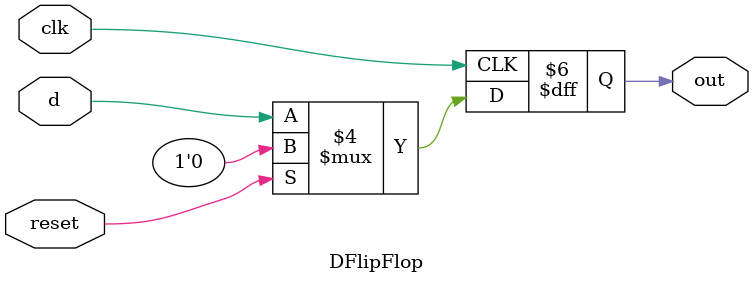
<source format=v>
`timescale 1ns / 1ps

//Module for ALU 
module ALU(a,b,s,out);
//Got two four bit inputs a and b and three control bits s[0],s[1] and s[2]
input [3:0] a,b;
input [2:0] s;

//5 bit output variable
output reg [4:0] out;
always @(*)
begin
    case(s)
        //it can perfrom 8 operations as stated below
        3'b000: out=5'b0;
        3'b001: out=a+b;
        3'b010: out=a-b;
        3'b011: out=a^b;
        3'b100: out=!(a^b);
        3'b101: out=a&b;
        3'b110: out=a|b;
        3'b111: out=5'b1;
    endcase
end
endmodule

module gateDelayWithoutRedutantPrimeImplicant(a,b,c,out);
    //got three single bit inputs a,b and c
    input a,b,c;
    //got a single output bit out
    output out;
    wire na,nab,ac;
    //logic for the gate is f=a'b + ac. We are not considering redutant prime implicant here
    // Here I have added gate delay of 10ns for each logical operation as shown below
    not #(10) not1(na,a);
    and #(10) and1(nab,na,b);
    and #(10) and2(ac,a,c);
    or #(10) or1(out,nab,ac);
    

endmodule

module gateDelayWithRedutantPrimeImplicant(a,b,c,out);
//similar to previous module only difference is that it is taking the reduntant group into consideration
    input a,b,c;
    output out;
    wire na,nab,ac,bc,temp;
    not #(10) not1(na,a);
    and #(10) and1(nab,na,b);
    and #(10) and2(ac,a,c);
    //reduntant prime implicant
    and #(10) and3(bc,b,c);
    or #(10) or1(out,bc,nab,ac);
//    or #(10) or2(out,temp,bc);
    

endmodule

module DFlipFlop(d,reset,clk,out);
//three input variables
input d,reset,clk;
//one output variable
output reg out;
//This block will run only when we get a positive edge on clock i.e. when clock moves from 0 to 1
always @ (posedge clk)
begin
    //when reset is one, reset the value of out to zero
    if(reset==1'b1)
        out <= 1'b0;
    // else set the value of output variable to d
    else
        out <= d;
    
end
endmodule



</source>
